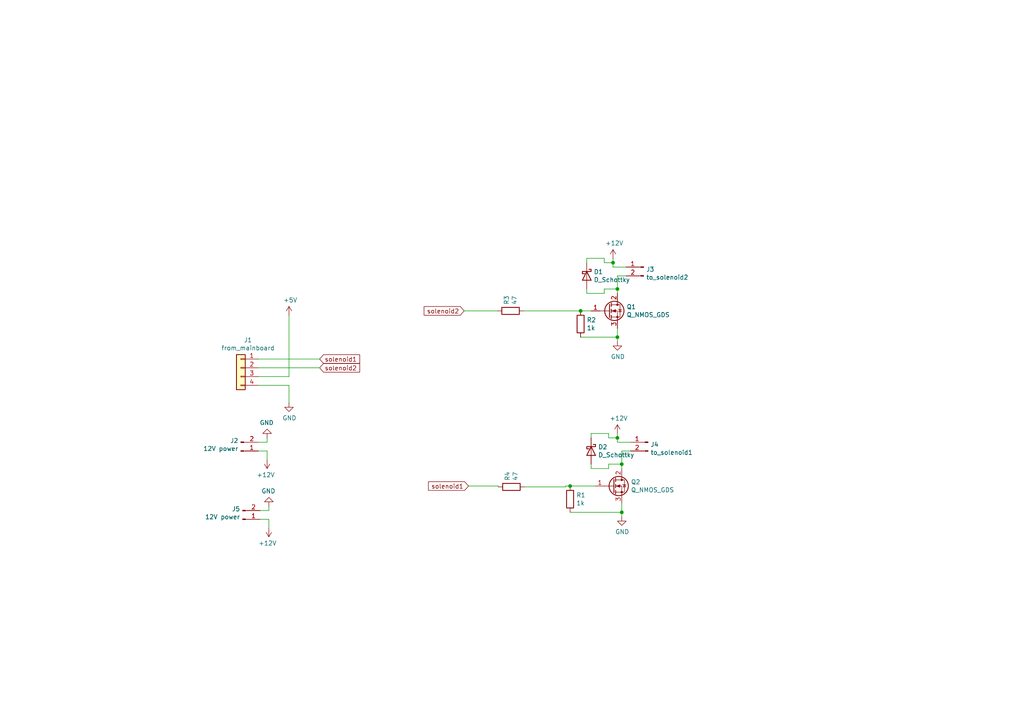
<source format=kicad_sch>
(kicad_sch (version 20211123) (generator eeschema)
  (paper "A4")
  (lib_symbols
    (symbol "Connector:Conn_01x02_Male" (pin_names (offset 1.016) hide)
      (property "Reference" "J" (at 0 2.54 0))
      (property "Value" "Conn_01x02_Male" (at 0 -5.08 0))
      (symbol "Conn_01x02_Male_1_1"
        (polyline (pts (xy 1.27 -2.54) (xy 0.8636 -2.54)) (stroke (width 0.1524)))
        (polyline (pts (xy 1.27 0) (xy 0.8636 0)) (stroke (width 0.1524)))
        (rectangle (start 0.8636 -2.413) (end 0 -2.667) (stroke (width 0.1524)) (fill (type outline)))
        (rectangle (start 0.8636 0.127) (end 0 -0.127) (stroke (width 0.1524)) (fill (type outline)))
        (pin passive line (at 5.08 0 180) (length 3.81) (name "Pin_1") (number "1"))
        (pin passive line (at 5.08 -2.54 180) (length 3.81) (name "Pin_2") (number "2"))
      )
    )
    (symbol "Connector_Generic:Conn_01x04" (pin_names (offset 1.016) hide)
      (property "Reference" "J" (at 0 5.08 0))
      (property "Value" "Conn_01x04" (at 0 -7.62 0))
      (symbol "Conn_01x04_1_1"
        (rectangle (start -1.27 -4.953) (end 0 -5.207) (stroke (width 0.1524)))
        (rectangle (start -1.27 -2.413) (end 0 -2.667) (stroke (width 0.1524)))
        (rectangle (start -1.27 0.127) (end 0 -0.127) (stroke (width 0.1524)))
        (rectangle (start -1.27 2.667) (end 0 2.413) (stroke (width 0.1524)))
        (rectangle (start -1.27 3.81) (end 1.27 -6.35) (stroke (width 0.254)) (fill (type background)))
        (pin passive line (at -5.08 2.54 0) (length 3.81) (name "Pin_1") (number "1"))
        (pin passive line (at -5.08 0 0) (length 3.81) (name "Pin_2") (number "2"))
        (pin passive line (at -5.08 -2.54 0) (length 3.81) (name "Pin_3") (number "3"))
        (pin passive line (at -5.08 -5.08 0) (length 3.81) (name "Pin_4") (number "4"))
      )
    )
    (symbol "Device:D_Schottky" (pin_numbers hide) (pin_names (offset 1.016) hide)
      (property "Reference" "D" (at 0 2.54 0))
      (property "Value" "D_Schottky" (at 0 -2.54 0))
      (symbol "D_Schottky_0_1"
        (polyline (pts (xy 1.27 0) (xy -1.27 0)))
        (polyline (pts (xy 1.27 1.27) (xy 1.27 -1.27) (xy -1.27 0) (xy 1.27 1.27)) (stroke (width 0.254)))
        (polyline (pts (xy -1.905 0.635) (xy -1.905 1.27) (xy -1.27 1.27) (xy -1.27 -1.27) (xy -0.635 -1.27) (xy -0.635 -0.635)) (stroke (width 0.254)))
      )
      (symbol "D_Schottky_1_1"
        (pin passive line (at -3.81 0 0) (length 2.54) (name "K") (number "1"))
        (pin passive line (at 3.81 0 180) (length 2.54) (name "A") (number "2"))
      )
    )
    (symbol "Device:Q_NMOS_GDS" (pin_names (offset 0) hide)
      (property "Reference" "Q" (at 5.08 1.27 0))
      (property "Value" "Q_NMOS_GDS" (at 5.08 -1.27 0))
      (symbol "Q_NMOS_GDS_0_1"
        (polyline (pts (xy 0.254 0) (xy -2.54 0)))
        (polyline (pts (xy 0.254 1.905) (xy 0.254 -1.905)) (stroke (width 0.254)))
        (polyline (pts (xy 0.762 -1.27) (xy 0.762 -2.286)) (stroke (width 0.254)))
        (polyline (pts (xy 0.762 0.508) (xy 0.762 -0.508)) (stroke (width 0.254)))
        (polyline (pts (xy 0.762 2.286) (xy 0.762 1.27)) (stroke (width 0.254)))
        (polyline (pts (xy 2.54 2.54) (xy 2.54 1.778)))
        (polyline (pts (xy 2.54 -2.54) (xy 2.54 0) (xy 0.762 0)))
        (polyline (pts (xy 0.762 -1.778) (xy 3.302 -1.778) (xy 3.302 1.778) (xy 0.762 1.778)))
        (polyline (pts (xy 1.016 0) (xy 2.032 0.381) (xy 2.032 -0.381) (xy 1.016 0)) (fill (type outline)))
        (polyline (pts (xy 2.794 0.508) (xy 2.921 0.381) (xy 3.683 0.381) (xy 3.81 0.254)))
        (polyline (pts (xy 3.302 0.381) (xy 2.921 -0.254) (xy 3.683 -0.254) (xy 3.302 0.381)))
        (circle (center 1.651 0) (radius 2.794) (stroke (width 0.254)))
        (circle (center 2.54 -1.778) (radius 0.254) (fill (type outline)))
        (circle (center 2.54 1.778) (radius 0.254) (fill (type outline)))
      )
      (symbol "Q_NMOS_GDS_1_1"
        (pin input line (at -5.08 0 0) (length 2.54) (name "G") (number "1"))
        (pin passive line (at 2.54 5.08 270) (length 2.54) (name "D") (number "2"))
        (pin passive line (at 2.54 -5.08 90) (length 2.54) (name "S") (number "3"))
      )
    )
    (symbol "Device:R" (pin_numbers hide) (pin_names (offset 0))
      (property "Reference" "R" (at 2.032 0 90))
      (property "Value" "R" (at 0 0 90))
      (symbol "R_0_1"
        (rectangle (start -1.016 -2.54) (end 1.016 2.54) (stroke (width 0.254)))
      )
      (symbol "R_1_1"
        (pin passive line (at 0 3.81 270) (length 1.27) (name "~") (number "1"))
        (pin passive line (at 0 -3.81 90) (length 1.27) (name "~") (number "2"))
      )
    )
    (symbol "power:+12V" (power) (pin_names (offset 0))
      (property "Value" "+12V" (at 0 3.556 0))
      (symbol "+12V_0_1"
        (polyline (pts (xy -0.762 1.27) (xy 0 2.54)))
        (polyline (pts (xy 0 0) (xy 0 2.54)))
        (polyline (pts (xy 0 2.54) (xy 0.762 1.27)))
      )
      (symbol "+12V_1_1"
        (pin power_in line (at 0 0 90) (length 0) hide (name "+12V") (number "1"))
      )
    )
    (symbol "power:+5V" (power) (pin_names (offset 0))
      (property "Value" "+5V" (at 0 3.556 0))
      (symbol "+5V_0_1"
        (polyline (pts (xy -0.762 1.27) (xy 0 2.54)))
        (polyline (pts (xy 0 0) (xy 0 2.54)))
        (polyline (pts (xy 0 2.54) (xy 0.762 1.27)))
      )
      (symbol "+5V_1_1"
        (pin power_in line (at 0 0 90) (length 0) hide (name "+5V") (number "1"))
      )
    )
    (symbol "power:GND" (power) (pin_names (offset 0))
      (property "Value" "GND" (at 0 -3.81 0))
      (symbol "GND_0_1"
        (polyline (pts (xy 0 0) (xy 0 -1.27) (xy 1.27 -1.27) (xy 0 -2.54) (xy -1.27 -1.27) (xy 0 -1.27)))
      )
      (symbol "GND_1_1"
        (pin power_in line (at 0 0 270) (length 0) hide (name "GND") (number "1"))
      )
    )
  )
  (junction (at 177.8 76.2))
  (junction (at 179.07 83.82))
  (junction (at 179.07 127))
  (junction (at 179.07 97.79))
  (junction (at 165.354 140.97))
  (junction (at 168.402 90.17))
  (junction (at 180.34 134.62))
  (junction (at 180.34 148.59))
  (wire (pts (xy 74.93 104.14) (xy 92.71 104.14)))
  (wire (pts (xy 135.89 140.97) (xy 144.526 140.97)))
  (wire (pts (xy 175.26 83.82) (xy 175.26 85.09)))
  (wire (pts (xy 176.53 127) (xy 179.07 127)))
  (wire (pts (xy 83.82 109.22) (xy 83.82 91.44)))
  (wire (pts (xy 74.93 130.81) (xy 77.47 130.81)))
  (wire (pts (xy 182.88 130.81) (xy 180.34 130.81)))
  (wire (pts (xy 175.26 76.2) (xy 177.8 76.2)))
  (wire (pts (xy 170.18 85.09) (xy 175.26 85.09)))
  (wire (pts (xy 151.892 90.17) (xy 168.402 90.17)))
  (wire (pts (xy 134.62 90.17) (xy 144.272 90.17)))
  (wire (pts (xy 165.354 140.97) (xy 172.72 140.97)))
  (wire (pts (xy 180.34 130.81) (xy 180.34 134.62)))
  (wire (pts (xy 77.978 148.082) (xy 75.438 148.082)))
  (wire (pts (xy 83.82 111.76) (xy 83.82 116.84)))
  (wire (pts (xy 171.45 90.17) (xy 168.402 90.17)))
  (wire (pts (xy 179.07 128.27) (xy 182.88 128.27)))
  (wire (pts (xy 171.45 125.73) (xy 171.45 127)))
  (wire (pts (xy 180.34 146.05) (xy 180.34 148.59)))
  (wire (pts (xy 176.53 135.89) (xy 171.45 135.89)))
  (wire (pts (xy 181.61 80.01) (xy 179.07 80.01)))
  (wire (pts (xy 77.47 128.27) (xy 74.93 128.27)))
  (wire (pts (xy 179.07 83.82) (xy 175.26 83.82)))
  (wire (pts (xy 176.53 125.73) (xy 176.53 127)))
  (wire (pts (xy 171.45 125.73) (xy 176.53 125.73)))
  (wire (pts (xy 144.526 140.97) (xy 144.526 141.224)))
  (wire (pts (xy 77.47 127) (xy 77.47 128.27)))
  (wire (pts (xy 170.18 83.82) (xy 170.18 85.09)))
  (wire (pts (xy 171.45 134.62) (xy 171.45 135.89)))
  (wire (pts (xy 179.07 80.01) (xy 179.07 83.82)))
  (wire (pts (xy 74.93 111.76) (xy 83.82 111.76)))
  (wire (pts (xy 75.438 150.622) (xy 77.978 150.622)))
  (wire (pts (xy 170.18 74.93) (xy 170.18 76.2)))
  (wire (pts (xy 175.26 74.93) (xy 175.26 76.2)))
  (wire (pts (xy 77.978 150.622) (xy 77.978 153.162)))
  (wire (pts (xy 180.34 148.59) (xy 180.34 149.86)))
  (wire (pts (xy 77.47 130.81) (xy 77.47 133.35)))
  (wire (pts (xy 168.402 97.79) (xy 179.07 97.79)))
  (wire (pts (xy 179.07 95.25) (xy 179.07 97.79)))
  (wire (pts (xy 164.084 140.97) (xy 165.354 140.97)))
  (wire (pts (xy 179.07 125.73) (xy 179.07 127)))
  (wire (pts (xy 74.93 109.22) (xy 83.82 109.22)))
  (wire (pts (xy 165.354 148.59) (xy 180.34 148.59)))
  (wire (pts (xy 180.34 134.62) (xy 176.53 134.62)))
  (wire (pts (xy 170.18 74.93) (xy 175.26 74.93)))
  (wire (pts (xy 179.07 97.79) (xy 179.07 99.06)))
  (wire (pts (xy 179.07 83.82) (xy 179.07 85.09)))
  (wire (pts (xy 74.93 106.68) (xy 92.71 106.68)))
  (wire (pts (xy 180.34 134.62) (xy 180.34 135.89)))
  (wire (pts (xy 152.146 141.224) (xy 164.084 141.224)))
  (wire (pts (xy 164.084 141.224) (xy 164.084 140.97)))
  (wire (pts (xy 176.53 134.62) (xy 176.53 135.89)))
  (wire (pts (xy 179.07 127) (xy 179.07 128.27)))
  (wire (pts (xy 177.8 74.93) (xy 177.8 76.2)))
  (wire (pts (xy 77.978 146.812) (xy 77.978 148.082)))
  (wire (pts (xy 177.8 77.47) (xy 181.61 77.47)))
  (wire (pts (xy 177.8 76.2) (xy 177.8 77.47)))
  (global_label "solenoid2" (shape input) (at 134.62 90.17 180) (property "Intersheet References" "${INTERSHEET_REFS}" (effects hide)))
  (global_label "solenoid2" (shape input) (at 92.71 106.68 0) (property "Intersheet References" "${INTERSHEET_REFS}" (effects hide)))
  (global_label "solenoid1" (shape input) (at 135.89 140.97 180) (property "Intersheet References" "${INTERSHEET_REFS}" (effects hide)))
  (global_label "solenoid1" (shape input) (at 92.71 104.14 0) (property "Intersheet References" "${INTERSHEET_REFS}" (effects hide)))
  (symbol (lib_id "Device:R") (at 165.354 144.78 180) (unit 1)
    (property "Reference" "R1" (at 167.132 143.6116 0) (effects (justify right)))
    (property "Value" "1k" (at 167.132 145.923 0) (effects (justify right)))
    (property "Footprint" "Resistor_THT:R_Box_L13.0mm_W4.0mm_P9.00mm" (effects hide))
  )
  (symbol (lib_id "Connector_Generic:Conn_01x04") (at 69.85 106.68 0) (mirror y) (unit 1)
    (property "Reference" "J1" (at 71.9328 98.6282 0))
    (property "Value" "from_mainboard" (at 71.9328 100.9396 0))
    (property "Footprint" "Connector_JST:JST_XH_B4B-XH-A_1x04_P2.50mm_Vertical" (effects hide))
  )
  (symbol (lib_id "power:GND") (at 83.82 116.84 0) (unit 1)
    (property "Reference" "#PWR02" (effects hide))
    (property "Value" "GND" (at 83.947 121.2342 0))
  )
  (symbol (lib_id "power:+5V") (at 83.82 91.44 0) (unit 1)
    (property "Reference" "#PWR01" (effects hide))
    (property "Value" "+5V" (at 84.201 87.0458 0))
  )
  (symbol (lib_id "Device:Q_NMOS_GDS") (at 177.8 140.97 0) (unit 1)
    (property "Reference" "Q2" (at 182.9816 139.8016 0) (effects (justify left)))
    (property "Value" "Q_NMOS_GDS" (at 182.9816 142.113 0) (effects (justify left)))
    (property "Footprint" "Package_TO_SOT_THT:TO-220-3_Vertical" (effects hide))
  )
  (symbol (lib_id "power:GND") (at 180.34 149.86 0) (unit 1)
    (property "Reference" "#PWR08" (effects hide))
    (property "Value" "GND" (at 180.467 154.2542 0))
  )
  (symbol (lib_id "Connector:Conn_01x02_Male") (at 187.96 128.27 0) (mirror y) (unit 1)
    (property "Reference" "J4" (at 188.6712 128.9304 0) (effects (justify right)))
    (property "Value" "to_solenoid1" (at 188.6712 131.2418 0) (effects (justify right)))
    (property "Footprint" "Connector_JST:JST_XH_B2B-XH-A_1x02_P2.50mm_Vertical" (effects hide))
  )
  (symbol (lib_id "Connector:Conn_01x02_Male") (at 69.85 130.81 0) (mirror x) (unit 1)
    (property "Reference" "J2" (at 69.1388 127.8128 0) (effects (justify right)))
    (property "Value" "12V power" (at 69.1388 130.1242 0) (effects (justify right)))
    (property "Footprint" "Connector_JST:JST_XH_B2B-XH-A_1x02_P2.50mm_Vertical" (effects hide))
  )
  (symbol (lib_id "power:+12V") (at 77.47 133.35 180) (unit 1)
    (property "Reference" "#PWR04" (effects hide))
    (property "Value" "+12V" (at 77.089 137.7442 0))
  )
  (symbol (lib_id "power:GND") (at 77.47 127 180) (unit 1)
    (property "Reference" "#PWR03" (effects hide))
    (property "Value" "GND" (at 77.343 122.6058 0))
  )
  (symbol (lib_id "power:+12V") (at 179.07 125.73 0) (unit 1)
    (property "Reference" "#PWR07" (effects hide))
    (property "Value" "+12V" (at 179.451 121.3358 0))
  )
  (symbol (lib_id "Device:R") (at 168.402 93.98 180) (unit 1)
    (property "Reference" "R2" (at 170.18 92.8116 0) (effects (justify right)))
    (property "Value" "1k" (at 170.18 95.123 0) (effects (justify right)))
    (property "Footprint" "Resistor_THT:R_Box_L13.0mm_W4.0mm_P9.00mm" (effects hide))
  )
  (symbol (lib_id "Device:Q_NMOS_GDS") (at 176.53 90.17 0) (unit 1)
    (property "Reference" "Q1" (at 181.7116 89.0016 0) (effects (justify left)))
    (property "Value" "Q_NMOS_GDS" (at 181.7116 91.313 0) (effects (justify left)))
    (property "Footprint" "Package_TO_SOT_THT:TO-220-3_Vertical" (effects hide))
  )
  (symbol (lib_id "power:GND") (at 179.07 99.06 0) (unit 1)
    (property "Reference" "#PWR06" (effects hide))
    (property "Value" "GND" (at 179.197 103.4542 0))
  )
  (symbol (lib_id "Connector:Conn_01x02_Male") (at 186.69 77.47 0) (mirror y) (unit 1)
    (property "Reference" "J3" (at 187.4012 78.1304 0) (effects (justify right)))
    (property "Value" "to_solenoid2" (at 187.4012 80.4418 0) (effects (justify right)))
    (property "Footprint" "Connector_JST:JST_XH_B2B-XH-A_1x02_P2.50mm_Vertical" (effects hide))
  )
  (symbol (lib_id "power:+12V") (at 177.8 74.93 0) (unit 1)
    (property "Reference" "#PWR05" (effects hide))
    (property "Value" "+12V" (at 178.181 70.5358 0))
  )
  (symbol (lib_id "Device:D_Schottky") (at 170.18 80.01 270) (unit 1)
    (property "Reference" "D1" (at 172.212 78.8416 90) (effects (justify left)))
    (property "Value" "D_Schottky" (at 172.212 81.153 90) (effects (justify left)))
    (property "Footprint" "Diode_THT:D_DO-201AD_P15.24mm_Horizontal" (effects hide))
  )
  (symbol (lib_id "Device:D_Schottky") (at 171.45 130.81 270) (unit 1)
    (property "Reference" "D2" (at 173.482 129.6416 90) (effects (justify left)))
    (property "Value" "D_Schottky" (at 173.482 131.953 90) (effects (justify left)))
    (property "Footprint" "Diode_THT:D_DO-201AD_P15.24mm_Horizontal" (effects hide))
  )
  (symbol (lib_id "power:+12V") (at 77.978 153.162 180) (unit 1)
    (property "Reference" "#PWR010" (effects hide))
    (property "Value" "+12V" (at 77.597 157.5562 0))
  )
  (symbol (lib_id "Connector:Conn_01x02_Male") (at 70.358 150.622 0) (mirror x) (unit 1)
    (property "Reference" "J5" (at 69.6468 147.6248 0) (effects (justify right)))
    (property "Value" "12V power" (at 69.6468 149.9362 0) (effects (justify right)))
    (property "Footprint" "Connector_JST:JST_XH_B2B-XH-A_1x02_P2.50mm_Vertical" (effects hide))
  )
  (symbol (lib_id "power:GND") (at 77.978 146.812 180) (unit 1)
    (property "Reference" "#PWR09" (effects hide))
    (property "Value" "GND" (at 77.851 142.4178 0))
  )
  (symbol (lib_id "Device:R") (at 148.336 141.224 270) (unit 1)
    (property "Reference" "R4" (at 147.1676 139.446 0) (effects (justify right)))
    (property "Value" "47" (at 149.479 139.446 0) (effects (justify right)))
    (property "Footprint" "Resistor_THT:R_Box_L13.0mm_W4.0mm_P9.00mm" (effects hide))
  )
  (symbol (lib_id "Device:R") (at 148.082 90.17 270) (unit 1)
    (property "Reference" "R3" (at 146.9136 88.392 0) (effects (justify right)))
    (property "Value" "47" (at 149.225 88.392 0) (effects (justify right)))
    (property "Footprint" "Resistor_THT:R_Box_L13.0mm_W4.0mm_P9.00mm" (effects hide))
  )
)
</source>
